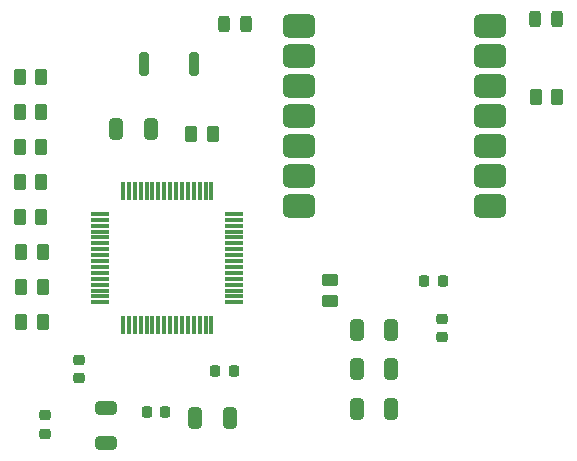
<source format=gbr>
%TF.GenerationSoftware,KiCad,Pcbnew,9.0.3*%
%TF.CreationDate,2026-02-26T20:24:34-03:00*%
%TF.ProjectId,EEGFrontier,45454746-726f-46e7-9469-65722e6b6963,rev?*%
%TF.SameCoordinates,Original*%
%TF.FileFunction,Paste,Top*%
%TF.FilePolarity,Positive*%
%FSLAX46Y46*%
G04 Gerber Fmt 4.6, Leading zero omitted, Abs format (unit mm)*
G04 Created by KiCad (PCBNEW 9.0.3) date 2026-02-26 20:24:34*
%MOMM*%
%LPD*%
G01*
G04 APERTURE LIST*
G04 Aperture macros list*
%AMRoundRect*
0 Rectangle with rounded corners*
0 $1 Rounding radius*
0 $2 $3 $4 $5 $6 $7 $8 $9 X,Y pos of 4 corners*
0 Add a 4 corners polygon primitive as box body*
4,1,4,$2,$3,$4,$5,$6,$7,$8,$9,$2,$3,0*
0 Add four circle primitives for the rounded corners*
1,1,$1+$1,$2,$3*
1,1,$1+$1,$4,$5*
1,1,$1+$1,$6,$7*
1,1,$1+$1,$8,$9*
0 Add four rect primitives between the rounded corners*
20,1,$1+$1,$2,$3,$4,$5,0*
20,1,$1+$1,$4,$5,$6,$7,0*
20,1,$1+$1,$6,$7,$8,$9,0*
20,1,$1+$1,$8,$9,$2,$3,0*%
G04 Aperture macros list end*
%ADD10RoundRect,0.225000X0.250000X-0.225000X0.250000X0.225000X-0.250000X0.225000X-0.250000X-0.225000X0*%
%ADD11RoundRect,0.035000X-0.105000X-0.745000X0.105000X-0.745000X0.105000X0.745000X-0.105000X0.745000X0*%
%ADD12RoundRect,0.035000X-0.745000X-0.105000X0.745000X-0.105000X0.745000X0.105000X-0.745000X0.105000X0*%
%ADD13RoundRect,0.500000X-0.875000X-0.500000X0.875000X-0.500000X0.875000X0.500000X-0.875000X0.500000X0*%
%ADD14RoundRect,0.200000X0.200000X0.800000X-0.200000X0.800000X-0.200000X-0.800000X0.200000X-0.800000X0*%
%ADD15RoundRect,0.250000X0.262500X0.450000X-0.262500X0.450000X-0.262500X-0.450000X0.262500X-0.450000X0*%
%ADD16RoundRect,0.250000X-0.262500X-0.450000X0.262500X-0.450000X0.262500X0.450000X-0.262500X0.450000X0*%
%ADD17RoundRect,0.250000X-0.450000X0.262500X-0.450000X-0.262500X0.450000X-0.262500X0.450000X0.262500X0*%
%ADD18RoundRect,0.243750X-0.243750X-0.456250X0.243750X-0.456250X0.243750X0.456250X-0.243750X0.456250X0*%
%ADD19RoundRect,0.250000X-0.325000X-0.650000X0.325000X-0.650000X0.325000X0.650000X-0.325000X0.650000X0*%
%ADD20RoundRect,0.250000X0.325000X0.650000X-0.325000X0.650000X-0.325000X-0.650000X0.325000X-0.650000X0*%
%ADD21RoundRect,0.225000X-0.225000X-0.250000X0.225000X-0.250000X0.225000X0.250000X-0.225000X0.250000X0*%
%ADD22RoundRect,0.250000X0.650000X-0.325000X0.650000X0.325000X-0.650000X0.325000X-0.650000X-0.325000X0*%
%ADD23RoundRect,0.225000X-0.250000X0.225000X-0.250000X-0.225000X0.250000X-0.225000X0.250000X0.225000X0*%
%ADD24RoundRect,0.225000X0.225000X0.250000X-0.225000X0.250000X-0.225000X-0.250000X0.225000X-0.250000X0*%
G04 APERTURE END LIST*
D10*
%TO.C,C1*%
X120150000Y-95275000D03*
X120150000Y-93725000D03*
%TD*%
D11*
%TO.C,U2*%
X123877500Y-90780000D03*
X124377500Y-90780000D03*
X124877500Y-90780000D03*
X125377500Y-90780000D03*
X125877500Y-90780000D03*
X126377500Y-90780000D03*
X126877500Y-90780000D03*
X127377500Y-90780000D03*
X127877500Y-90780000D03*
X128377500Y-90780000D03*
X128877500Y-90780000D03*
X129377500Y-90780000D03*
X129877500Y-90780000D03*
X130377500Y-90780000D03*
X130877500Y-90780000D03*
X131377500Y-90780000D03*
X131377500Y-79420000D03*
X130877500Y-79420000D03*
X130377500Y-79420000D03*
X129877500Y-79420000D03*
X129377500Y-79420000D03*
X128877500Y-79420000D03*
X128377500Y-79420000D03*
X127877500Y-79420000D03*
X127377500Y-79420000D03*
X126877500Y-79420000D03*
X126377500Y-79420000D03*
X125877500Y-79420000D03*
X125377500Y-79420000D03*
X124877500Y-79420000D03*
X124377500Y-79420000D03*
X123877500Y-79420000D03*
D12*
X121947500Y-81350000D03*
X121947500Y-81850000D03*
X121947500Y-82350000D03*
X121947500Y-82850000D03*
X121947500Y-83350000D03*
X121947500Y-83850000D03*
X121947500Y-84350000D03*
X121947500Y-84850000D03*
X121947500Y-85350000D03*
X121947500Y-85850000D03*
X121947500Y-86350000D03*
X121947500Y-86850000D03*
X121947500Y-87350000D03*
X121947500Y-87850000D03*
X121947500Y-88350000D03*
X121947500Y-88850000D03*
X133307500Y-88850000D03*
X133307500Y-88350000D03*
X133307500Y-87850000D03*
X133307500Y-87350000D03*
X133307500Y-86850000D03*
X133307500Y-86350000D03*
X133307500Y-85850000D03*
X133307500Y-85350000D03*
X133307500Y-84850000D03*
X133307500Y-84350000D03*
X133307500Y-83850000D03*
X133307500Y-83350000D03*
X133307500Y-82850000D03*
X133307500Y-82350000D03*
X133307500Y-81850000D03*
X133307500Y-81350000D03*
%TD*%
D13*
%TO.C,U1*%
X138750000Y-80720000D03*
X138750000Y-78180000D03*
X138750000Y-75640000D03*
X138750000Y-73100000D03*
X138750000Y-70560000D03*
X138750000Y-68020000D03*
X138750000Y-65480000D03*
X154950000Y-80720000D03*
X154950000Y-78180000D03*
X154950000Y-75640000D03*
X154950000Y-73100000D03*
X154950000Y-70560000D03*
X154950000Y-68020000D03*
X154950000Y-65480000D03*
%TD*%
D14*
%TO.C,SW1*%
X129900000Y-68650000D03*
X125700000Y-68650000D03*
%TD*%
D15*
%TO.C,R11*%
X116975000Y-69800000D03*
X115150000Y-69800000D03*
%TD*%
%TO.C,R10*%
X116975000Y-72750000D03*
X115150000Y-72750000D03*
%TD*%
%TO.C,R9*%
X116975000Y-75700000D03*
X115150000Y-75700000D03*
%TD*%
%TO.C,R8*%
X116975000Y-78650000D03*
X115150000Y-78650000D03*
%TD*%
%TO.C,R7*%
X116975000Y-81600000D03*
X115150000Y-81600000D03*
%TD*%
%TO.C,R6*%
X117087500Y-84575000D03*
X115262500Y-84575000D03*
%TD*%
%TO.C,R5*%
X117087500Y-87525000D03*
X115262500Y-87525000D03*
%TD*%
%TO.C,R4*%
X117087500Y-90475000D03*
X115262500Y-90475000D03*
%TD*%
D16*
%TO.C,R3*%
X158837500Y-71500000D03*
X160662500Y-71500000D03*
%TD*%
%TO.C,R2*%
X129650000Y-74575000D03*
X131475000Y-74575000D03*
%TD*%
D17*
%TO.C,R1*%
X141400000Y-86925000D03*
X141400000Y-88750000D03*
%TD*%
D18*
%TO.C,D2*%
X132450000Y-65300000D03*
X134325000Y-65300000D03*
%TD*%
%TO.C,D1*%
X158800000Y-64875000D03*
X160675000Y-64875000D03*
%TD*%
D19*
%TO.C,C12*%
X130000000Y-98625000D03*
X132950000Y-98625000D03*
%TD*%
D20*
%TO.C,C11*%
X126250000Y-74150000D03*
X123300000Y-74150000D03*
%TD*%
D19*
%TO.C,C10*%
X143662500Y-97855000D03*
X146612500Y-97855000D03*
%TD*%
%TO.C,C9*%
X143662500Y-94505000D03*
X146612500Y-94505000D03*
%TD*%
D21*
%TO.C,C8*%
X125900000Y-98125000D03*
X127450000Y-98125000D03*
%TD*%
%TO.C,C7*%
X131700000Y-94700000D03*
X133250000Y-94700000D03*
%TD*%
D19*
%TO.C,C6*%
X143662500Y-91155000D03*
X146612500Y-91155000D03*
%TD*%
D22*
%TO.C,C5*%
X122450000Y-100775000D03*
X122450000Y-97825000D03*
%TD*%
D23*
%TO.C,C4*%
X150925000Y-90225000D03*
X150925000Y-91775000D03*
%TD*%
D24*
%TO.C,C3*%
X150950000Y-87075000D03*
X149400000Y-87075000D03*
%TD*%
D10*
%TO.C,C2*%
X117250000Y-99975000D03*
X117250000Y-98425000D03*
%TD*%
M02*

</source>
